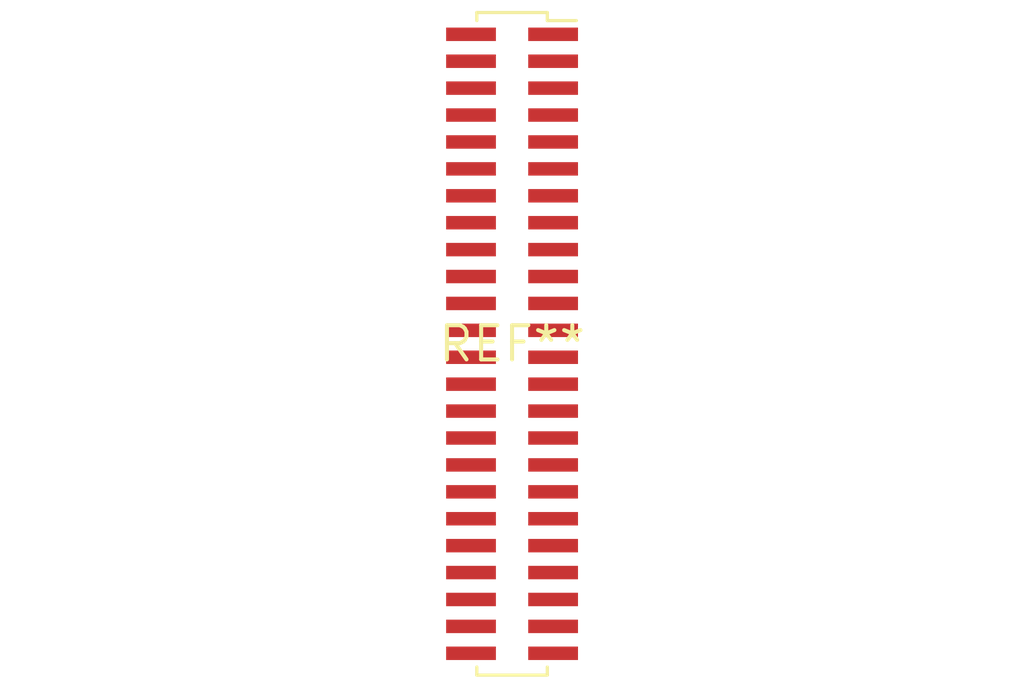
<source format=kicad_pcb>
(kicad_pcb (version 20240108) (generator pcbnew)
  (layers (0 "F.Cu" signal) (31 "B.Cu" signal) (34 "B.Paste" user) (35 "F.Paste" user) (36 "B.SilkS" user "B.Silkscreen") (37 "F.SilkS" user "F.Silkscreen") (38 "B.Mask" user) (39 "F.Mask" user) (44 "Edge.Cuts" user))
  (net 0 "")
  (footprint "PinSocket_2x24_P1.00mm_Vertical_SMD" (layer "F.Cu") (at 0 0)
    (property "Reference" "REF**")
    (property "Value" "PinSocket_2x24_P1.00mm_Vertical_SMD")
    (fp_line (start -1.31 -12.31) (end -1.31 -12.01) (layer "F.SilkS") (stroke (width 0.12)))
    (fp_line (start -1.31 -12.31) (end 1.31 -12.31) (layer "F.SilkS") (stroke (width 0.12)))
    (fp_line (start -1.31 12.01) (end -1.31 12.31) (layer "F.SilkS") (stroke (width 0.12)))
    (fp_line (start -1.31 12.31) (end 1.31 12.31) (layer "F.SilkS") (stroke (width 0.12)))
    (fp_line (start 1.31 -12.31) (end 1.31 -12.01) (layer "F.SilkS") (stroke (width 0.12)))
    (fp_line (start 1.31 -12.01) (end 2.39 -12.01) (layer "F.SilkS") (stroke (width 0.12)))
    (fp_line (start 1.31 12.01) (end 1.31 12.31) (layer "F.SilkS") (stroke (width 0.12)))
    (pad "1" smd rect (at 1.525 -11.5) (size 1.85 0.5) (layers "F.Cu" "F.Paste" "F.Mask"))
    (pad "2" smd rect (at -1.525 -11.5) (size 1.85 0.5) (layers "F.Cu" "F.Paste" "F.Mask"))
    (pad "3" smd rect (at 1.525 -10.5) (size 1.85 0.5) (layers "F.Cu" "F.Paste" "F.Mask"))
    (pad "4" smd rect (at -1.525 -10.5) (size 1.85 0.5) (layers "F.Cu" "F.Paste" "F.Mask"))
    (pad "5" smd rect (at 1.525 -9.5) (size 1.85 0.5) (layers "F.Cu" "F.Paste" "F.Mask"))
    (pad "6" smd rect (at -1.525 -9.5) (size 1.85 0.5) (layers "F.Cu" "F.Paste" "F.Mask"))
    (pad "7" smd rect (at 1.525 -8.5) (size 1.85 0.5) (layers "F.Cu" "F.Paste" "F.Mask"))
    (pad "8" smd rect (at -1.525 -8.5) (size 1.85 0.5) (layers "F.Cu" "F.Paste" "F.Mask"))
    (pad "9" smd rect (at 1.525 -7.5) (size 1.85 0.5) (layers "F.Cu" "F.Paste" "F.Mask"))
    (pad "10" smd rect (at -1.525 -7.5) (size 1.85 0.5) (layers "F.Cu" "F.Paste" "F.Mask"))
    (pad "11" smd rect (at 1.525 -6.5) (size 1.85 0.5) (layers "F.Cu" "F.Paste" "F.Mask"))
    (pad "12" smd rect (at -1.525 -6.5) (size 1.85 0.5) (layers "F.Cu" "F.Paste" "F.Mask"))
    (pad "13" smd rect (at 1.525 -5.5) (size 1.85 0.5) (layers "F.Cu" "F.Paste" "F.Mask"))
    (pad "14" smd rect (at -1.525 -5.5) (size 1.85 0.5) (layers "F.Cu" "F.Paste" "F.Mask"))
    (pad "15" smd rect (at 1.525 -4.5) (size 1.85 0.5) (layers "F.Cu" "F.Paste" "F.Mask"))
    (pad "16" smd rect (at -1.525 -4.5) (size 1.85 0.5) (layers "F.Cu" "F.Paste" "F.Mask"))
    (pad "17" smd rect (at 1.525 -3.5) (size 1.85 0.5) (layers "F.Cu" "F.Paste" "F.Mask"))
    (pad "18" smd rect (at -1.525 -3.5) (size 1.85 0.5) (layers "F.Cu" "F.Paste" "F.Mask"))
    (pad "19" smd rect (at 1.525 -2.5) (size 1.85 0.5) (layers "F.Cu" "F.Paste" "F.Mask"))
    (pad "20" smd rect (at -1.525 -2.5) (size 1.85 0.5) (layers "F.Cu" "F.Paste" "F.Mask"))
    (pad "21" smd rect (at 1.525 -1.5) (size 1.85 0.5) (layers "F.Cu" "F.Paste" "F.Mask"))
    (pad "22" smd rect (at -1.525 -1.5) (size 1.85 0.5) (layers "F.Cu" "F.Paste" "F.Mask"))
    (pad "23" smd rect (at 1.525 -0.5) (size 1.85 0.5) (layers "F.Cu" "F.Paste" "F.Mask"))
    (pad "24" smd rect (at -1.525 -0.5) (size 1.85 0.5) (layers "F.Cu" "F.Paste" "F.Mask"))
    (pad "25" smd rect (at 1.525 0.5) (size 1.85 0.5) (layers "F.Cu" "F.Paste" "F.Mask"))
    (pad "26" smd rect (at -1.525 0.5) (size 1.85 0.5) (layers "F.Cu" "F.Paste" "F.Mask"))
    (pad "27" smd rect (at 1.525 1.5) (size 1.85 0.5) (layers "F.Cu" "F.Paste" "F.Mask"))
    (pad "28" smd rect (at -1.525 1.5) (size 1.85 0.5) (layers "F.Cu" "F.Paste" "F.Mask"))
    (pad "29" smd rect (at 1.525 2.5) (size 1.85 0.5) (layers "F.Cu" "F.Paste" "F.Mask"))
    (pad "30" smd rect (at -1.525 2.5) (size 1.85 0.5) (layers "F.Cu" "F.Paste" "F.Mask"))
    (pad "31" smd rect (at 1.525 3.5) (size 1.85 0.5) (layers "F.Cu" "F.Paste" "F.Mask"))
    (pad "32" smd rect (at -1.525 3.5) (size 1.85 0.5) (layers "F.Cu" "F.Paste" "F.Mask"))
    (pad "33" smd rect (at 1.525 4.5) (size 1.85 0.5) (layers "F.Cu" "F.Paste" "F.Mask"))
    (pad "34" smd rect (at -1.525 4.5) (size 1.85 0.5) (layers "F.Cu" "F.Paste" "F.Mask"))
    (pad "35" smd rect (at 1.525 5.5) (size 1.85 0.5) (layers "F.Cu" "F.Paste" "F.Mask"))
    (pad "36" smd rect (at -1.525 5.5) (size 1.85 0.5) (layers "F.Cu" "F.Paste" "F.Mask"))
    (pad "37" smd rect (at 1.525 6.5) (size 1.85 0.5) (layers "F.Cu" "F.Paste" "F.Mask"))
    (pad "38" smd rect (at -1.525 6.5) (size 1.85 0.5) (layers "F.Cu" "F.Paste" "F.Mask"))
    (pad "39" smd rect (at 1.525 7.5) (size 1.85 0.5) (layers "F.Cu" "F.Paste" "F.Mask"))
    (pad "40" smd rect (at -1.525 7.5) (size 1.85 0.5) (layers "F.Cu" "F.Paste" "F.Mask"))
    (pad "41" smd rect (at 1.525 8.5) (size 1.85 0.5) (layers "F.Cu" "F.Paste" "F.Mask"))
    (pad "42" smd rect (at -1.525 8.5) (size 1.85 0.5) (layers "F.Cu" "F.Paste" "F.Mask"))
    (pad "43" smd rect (at 1.525 9.5) (size 1.85 0.5) (layers "F.Cu" "F.Paste" "F.Mask"))
    (pad "44" smd rect (at -1.525 9.5) (size 1.85 0.5) (layers "F.Cu" "F.Paste" "F.Mask"))
    (pad "45" smd rect (at 1.525 10.5) (size 1.85 0.5) (layers "F.Cu" "F.Paste" "F.Mask"))
    (pad "46" smd rect (at -1.525 10.5) (size 1.85 0.5) (layers "F.Cu" "F.Paste" "F.Mask"))
    (pad "47" smd rect (at 1.525 11.5) (size 1.85 0.5) (layers "F.Cu" "F.Paste" "F.Mask"))
    (pad "48" smd rect (at -1.525 11.5) (size 1.85 0.5) (layers "F.Cu" "F.Paste" "F.Mask"))
  )
)
</source>
